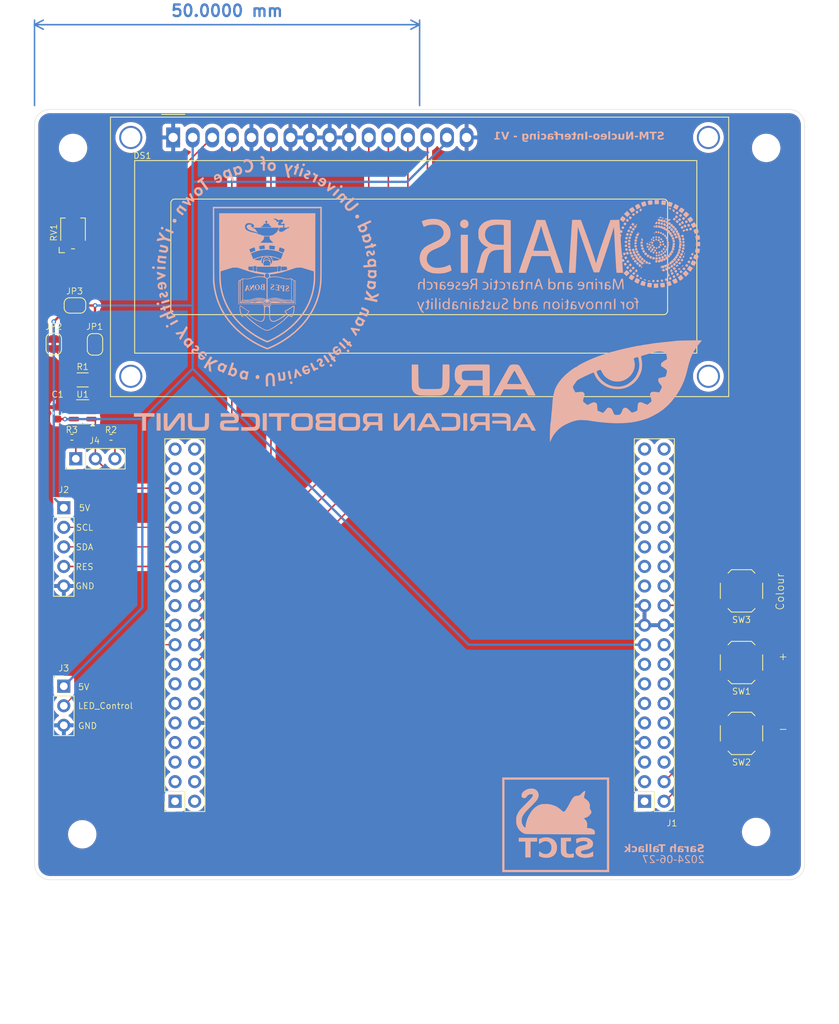
<source format=kicad_pcb>
(kicad_pcb (version 20240108) (generator "pcbnew") (generator_version "8.0")
  (title_block (title "STM-Nucleo-Interfacing") (date "2024-06-27") (rev "1") (company "University of Cape Town") (comment 1 "Sarah Tallack"))
  (layers (0 "F.Cu" signal) (31 "B.Cu" signal) (34 "B.Paste" user) (35 "F.Paste" user) (36 "B.SilkS" user "B.Silkscreen") (37 "F.SilkS" user "F.Silkscreen") (38 "B.Mask" user) (39 "F.Mask" user) (44 "Edge.Cuts" user))
  (net 0 "")
  (net 1 "GND")
  (net 2 "/LCD_D6")
  (net 3 "/LCD_D5")
  (net 4 "/LCD_D7")
  (net 5 "/LCD_D4")
  (net 6 "Net-(DS1-VO)")
  (net 7 "+5V")
  (net 8 "/LED_CONTROL")
  (net 9 "/SCL_MASTER")
  (net 10 "/B+")
  (net 11 "/B-")
  (net 22 "VCC")
  (net 33 "Net-(JP1-B)")
  (net 38 "/SDA_MASTER")
  (net 46 "Net-(JP2-B)")
  (net 51 "/RESET")
  (net 66 "/Colour_setting")
  (net 67 "/LCD_RS")
  (net 68 "/LCD_E")
  (net 69 "/RL_1")
  (net 70 "/RL_2")
  (net 71 "/V_current")
  (footprint "Connector_PinHeader_2.54mm:PinHeader_1x03_P2.54mm_Vertical" (layer "F.Cu") (at 171.67 109.335)
    (property "Reference" "J3" (at 0 -2.33 0) (layer "F.SilkS") (effects (font (size 0.8 0.8) (thickness 0.1))))
    (property "Value" "Conn_01x03_Pin")
    (pad "1" thru_hole rect (at 0 0) (size 1.7 1.7) (drill 1) (layers "*.Cu" "*.Mask") (net 7 "+5V"))
    (pad "2" thru_hole oval (at 0 2.54) (size 1.7 1.7) (drill 1) (layers "*.Cu" "*.Mask") (net 8 "/LED_CONTROL"))
    (pad "3" thru_hole oval (at 0 5.08) (size 1.7 1.7) (drill 1) (layers "*.Cu" "*.Mask") (net 1 "GND"))
  )
  (footprint "Resistor_SMD:R_1206_3216Metric" (layer "F.Cu") (at 174.12 69.573599 180)
    (property "Reference" "R1" (at 0 1.713599 180) (layer "F.SilkS") (effects (font (size 0.8 0.8) (thickness 0.1))))
    (property "Value" "500m")
    (pad "1" smd roundrect (at -1.4625 0 180) (size 1.125 1.75) (layers "F.Cu" "F.Paste" "F.Mask") (roundrect_rratio 0.222222) (net 33 "Net-(JP1-B)"))
    (pad "2" smd roundrect (at 1.4625 0 180) (size 1.125 1.75) (layers "F.Cu" "F.Paste" "F.Mask") (roundrect_rratio 0.222222) (net 46 "Net-(JP2-B)"))
  )
  (footprint "MountingHole:MountingHole_3.2mm_M3" (layer "F.Cu") (at 262.87 39.46)
    (property "Reference" "REF**" (hide yes))
    (property "Value" "MountingHole_3.2mm_M3")
    (pad "" np_thru_hole circle (at 0 0) (size 3.2 3.2) (drill 3.2) (layers "*.Cu" "*.Mask"))
  )
  (footprint "Jumper:SolderJumper-2_P1.3mm_Bridged_RoundedPad1.0x1.5mm" (layer "F.Cu") (at 170.37 64.91 -90)
    (property "Reference" "JP2" (at -2.25 0 180) (layer "F.SilkS") (effects (font (size 0.8 0.8) (thickness 0.1))))
    (property "Value" "Jumper_2_Small_Closed")
    (fp_poly (pts (xy 0.25 -0.3) (xy -0.25 -0.3) (xy -0.25 0.3) (xy 0.25 0.3)) (fill solid) (layer "F.Cu"))
    (pad "1" smd custom (at -0.65 0 270) (size 1 0.5) (layers "F.Cu" "F.Mask") (net 22 "VCC") (options (clearance outline) (anchor rect)) (primitives (gr_circle (center 0 0.25) (end 0.5 0.25) (width 0) (fill yes)) (gr_circle (center 0 -0.25) (end 0.5 -0.25) (width 0) (fill yes)) (gr_poly (pts (xy 0.5 0.75) (xy 0 0.75) (xy 0 -0.75) (xy 0.5 -0.75)) (width 0) (fill yes))))
    (pad "2" smd custom (at 0.65 0 270) (size 1 0.5) (layers "F.Cu" "F.Mask") (net 46 "Net-(JP2-B)") (options (clearance outline) (anchor rect)) (primitives (gr_circle (center 0 0.25) (end 0.5 0.25) (width 0) (fill yes)) (gr_circle (center 0 -0.25) (end 0.5 -0.25) (width 0) (fill yes)) (gr_poly (pts (xy 0 0.75) (xy -0.5 0.75) (xy -0.5 -0.75) (xy 0 -0.75)) (width 0) (fill yes))))
  )
  (footprint "Connector_PinHeader_2.54mm:PinHeader_1x03_P2.54mm_Vertical" (layer "F.Cu") (at 173.23 79.81 90)
    (property "Reference" "J4" (at 2.35 2.44 0) (layer "F.SilkS") (effects (font (size 0.8 0.8) (thickness 0.1))))
    (property "Value" "Conn_01x03_Pin")
    (pad "1" thru_hole rect (at 0 0 90) (size 1.7 1.7) (drill 1) (layers "*.Cu" "*.Mask") (net 70 "/RL_2"))
    (pad "2" thru_hole oval (at 0 2.54 90) (size 1.7 1.7) (drill 1) (layers "*.Cu" "*.Mask") (net 71 "/V_current"))
    (pad "3" thru_hole oval (at 0 5.08 90) (size 1.7 1.7) (drill 1) (layers "*.Cu" "*.Mask") (net 69 "/RL_1"))
  )
  (footprint "Package_TO_SOT_SMD:SOT-23-5" (layer "F.Cu") (at 174.12 73.71 180)
    (property "Reference" "U1" (at 0 2.25 180) (layer "F.SilkS") (effects (font (size 0.8 0.8) (thickness 0.1))))
    (property "Value" "INA138")
    (pad "1" smd roundrect (at -1.1375 -0.95 180) (size 1.325 0.6) (layers "F.Cu" "F.Paste" "F.Mask") (net 71 "/V_current"))
    (pad "2" smd roundrect (at -1.1375 0 180) (size 1.325 0.6) (layers "F.Cu" "F.Paste" "F.Mask") (net 1 "GND"))
    (pad "3" smd roundrect (at -1.1375 0.95 180) (size 1.325 0.6) (layers "F.Cu" "F.Paste" "F.Mask") (net 33 "Net-(JP1-B)"))
    (pad "4" smd roundrect (at 1.1375 0.95 180) (size 1.325 0.6) (layers "F.Cu" "F.Paste" "F.Mask") (net 46 "Net-(JP2-B)"))
    (pad "5" smd roundrect (at 1.1375 -0.95 180) (size 1.325 0.6) (layers "F.Cu" "F.Paste" "F.Mask") (net 7 "+5V"))
  )
  (footprint "Jumper:SolderJumper-2_P1.3mm_Open_RoundedPad1.0x1.5mm" (layer "F.Cu") (at 173.12 59.91 180)
    (property "Reference" "JP3" (at 0.05 1.85 180) (layer "F.SilkS") (effects (font (size 0.8 0.8) (thickness 0.1))))
    (property "Value" "Jumper_2_Small_Open")
    (pad "1" smd custom (at -0.65 0 180) (size 1 0.5) (layers "F.Cu" "F.Mask") (net 7 "+5V") (options (clearance outline) (anchor rect)) (primitives (gr_circle (center 0 0.25) (end 0.5 0.25) (width 0) (fill yes)) (gr_circle (center 0 -0.25) (end 0.5 -0.25) (width 0) (fill yes)) (gr_poly (pts (xy 0.5 0.75) (xy 0 0.75) (xy 0 -0.75) (xy 0.5 -0.75)) (width 0) (fill yes))))
    (pad "2" smd custom (at 0.65 0 180) (size 1 0.5) (layers "F.Cu" "F.Mask") (net 22 "VCC") (options (clearance outline) (anchor rect)) (primitives (gr_circle (center 0 0.25) (end 0.5 0.25) (width 0) (fill yes)) (gr_circle (center 0 -0.25) (end 0.5 -0.25) (width 0) (fill yes)) (gr_poly (pts (xy 0 0.75) (xy -0.5 0.75) (xy -0.5 -0.75) (xy 0 -0.75)) (width 0) (fill yes))))
  )
  (footprint "Resistor_SMD:R_0402_1005Metric" (layer "F.Cu") (at 172.720439 77.013274 180)
    (property "Reference" "R3" (at 0.010948 0.953274 0) (layer "F.SilkS") (effects (font (size 0.8 0.8) (thickness 0.1))))
    (property "Value" "100k")
    (pad "1" smd roundrect (at -0.51 0 180) (size 0.54 0.64) (layers "F.Cu" "F.Paste" "F.Mask") (net 70 "/RL_2"))
    (pad "2" smd roundrect (at 0.51 0 180) (size 0.54 0.64) (layers "F.Cu" "F.Paste" "F.Mask") (net 1 "GND"))
  )
  (footprint "Potentiometer_SMD:Potentiometer_Bourns_TC33X_Vertical" (layer "F.Cu") (at 172.87 50.46 90)
    (property "Reference" "RV1" (at 0 -2.5 -90) (layer "F.SilkS") (effects (font (size 0.8 0.8) (thickness 0.1))))
    (property "Value" "10k")
    (pad "1" smd rect (at -1.8 -1 90) (size 1.2 1.2) (layers "F.Cu" "F.Paste" "F.Mask") (net 7 "+5V"))
    (pad "2" smd rect (at 1.45 0 90) (size 1.5 1.6) (layers "F.Cu" "F.Paste" "F.Mask") (net 6 "Net-(DS1-VO)"))
    (pad "3" smd rect (at -1.8 1 90) (size 1.2 1.2) (layers "F.Cu" "F.Paste" "F.Mask") (net 1 "GND"))
  )
  (footprint "Button_Switch_SMD:SW_Push_1P1T_XKB_TS-1187A" (layer "F.Cu") (at 259.67 106.26 180)
    (property "Reference" "SW1" (at 0 -3.75 180) (layer "F.SilkS") (effects (font (size 0.8 0.8) (thickness 0.1))))
    (property "Value" "SW_Push")
    (pad "1" smd rect (at -3 -1.875 180) (size 1 0.75) (layers "F.Cu" "F.Paste" "F.Mask") (net 10 "/B+"))
    (pad "1" smd rect (at 3 -1.875 180) (size 1 0.75) (layers "F.Cu" "F.Paste" "F.Mask") (net 10 "/B+"))
    (pad "2" smd rect (at -3 1.875 180) (size 1 0.75) (layers "F.Cu" "F.Paste" "F.Mask") (net 1 "GND"))
    (pad "2" smd rect (at 3 1.875 180) (size 1 0.75) (layers "F.Cu" "F.Paste" "F.Mask") (net 1 "GND"))
  )
  (footprint "Button_Switch_SMD:SW_Push_1P1T_XKB_TS-1187A" (layer "F.Cu") (at 259.67 115.46 180)
    (property "Reference" "SW2" (at 0 -3.75 180) (layer "F.SilkS") (effects (font (size 0.8 0.8) (thickness 0.1))))
    (property "Value" "SW_Push")
    (pad "1" smd rect (at -3 -1.875 180) (size 1 0.75) (layers "F.Cu" "F.Paste" "F.Mask") (net 11 "/B-"))
    (pad "1" smd rect (at 3 -1.875 180) (size 1 0.75) (layers "F.Cu" "F.Paste" "F.Mask") (net 11 "/B-"))
    (pad "2" smd rect (at -3 1.875 180) (size 1 0.75) (layers "F.Cu" "F.Paste" "F.Mask") (net 1 "GND"))
    (pad "2" smd rect (at 3 1.875 180) (size 1 0.75) (layers "F.Cu" "F.Paste" "F.Mask") (net 1 "GND"))
  )
  (footprint "Sarah_Library:Nucleo64-Pins" (layer "F.Cu") (at 217.87 101.41 180)
    (property "Reference" "J1" (at -32.766 -25.7048 180) (layer "F.SilkS") (effects (font (size 0.8 0.8) (thickness 0.1))))
    (property "Value" "~")
    (pad "1" thru_hole oval (at -31.75 -22.86 180) (size 1.7 1.7) (drill 1) (layers "*.Cu" "*.Mask") (net 11 "/B-"))
    (pad "2" thru_hole rect (at -29.21 -22.86 180) (size 1.7 1.7) (drill 1) (layers "*.Cu" "*.Mask"))
    (pad "3" thru_hole oval (at -31.75 -20.32 180) (size 1.7 1.7) (drill 1) (layers "*.Cu" "*.Mask") (net 10 "/B+"))
    (pad "4" thru_hole oval (at -29.21 -20.32 180) (size 1.7 1.7) (drill 1) (layers "*.Cu" "*.Mask"))
    (pad "5" thru_hole oval (at -31.75 -17.78 180) (size 1.7 1.7) (drill 1) (layers "*.Cu" "*.Mask"))
    (pad "6" thru_hole oval (at -29.21 -17.78 180) (size 1.7 1.7) (drill 1) (layers "*.Cu" "*.Mask"))
    (pad "7" thru_hole oval (at -31.75 -15.24 180) (size 1.7 1.7) (drill 1) (layers "*.Cu" "*.Mask"))
    (pad "8" thru_hole oval (at -29.21 -15.24 180) (size 1.7 1.7) (drill 1) (layers "*.Cu" "*.Mask") (net 1 "GND"))
    (pad "9" thru_hole oval (at -31.75 -12.7 180) (size 1.7 1.7) (drill 1) (layers "*.Cu" "*.Mask"))
    (pad "10" thru_hole oval (at -29.21 -12.7 180) (size 1.7 1.7) (drill 1) (layers "*.Cu" "*.Mask"))
    (pad "11" thru_hole oval (at -31.75 -10.16 180) (size 1.7 1.7) (drill 1) (layers "*.Cu" "*.Mask"))
    (pad "12" thru_hole oval (at -29.21 -10.16 180) (size 1.7 1.7) (drill 1) (layers "*.Cu" "*.Mask"))
    (pad "13" thru_hole oval (at -31.75 -7.62 180) (size 1.7 1.7) (drill 1) (layers "*.Cu" "*.Mask"))
    (pad "14" thru_hole oval (at -29.21 -7.62 180) (size 1.7 1.7) (drill 1) (layers "*.Cu" "*.Mask"))
    (pad "15" thru_hole oval (at -31.75 -5.08 180) (size 1.7 1.7) (drill 1) (layers "*.Cu" "*.Mask"))
    (pad "16" thru_hole oval (at -29.21 -5.08 180) (size 1.7 1.7) (drill 1) (layers "*.Cu" "*.Mask"))
    (pad "17" thru_hole oval (at -31.75 -2.54 180) (size 1.7 1.7) (drill 1) (layers "*.Cu" "*.Mask"))
    (pad "18" thru_hole oval (at -29.21 -2.54 180) (size 1.7 1.7) (drill 1) (layers "*.Cu" "*.Mask") (net 7 "+5V"))
    (pad "19" thru_hole oval (at -31.75 0 180) (size 1.7 1.7) (drill 1) (layers "*.Cu" "*.Mask") (net 1 "GND"))
    (pad "20" thru_hole oval (at -29.21 0 180) (size 1.7 1.7) (drill 1) (layers "*.Cu" "*.Mask") (net 1 "GND"))
    (pad "21" thru_hole oval (at -31.75 2.54 180) (size 1.7 1.7) (drill 1) (layers "*.Cu" "*.Mask") (net 66 "/Colour_setting"))
    (pad "22" thru_hole oval (at -29.21 2.54 180) (size 1.7 1.7) (drill 1) (layers "*.Cu" "*.Mask") (net 1 "GND"))
    (pad "23" thru_hole oval (at -31.75 5.08 180) (size 1.7 1.7) (drill 1) (layers "*.Cu" "*.Mask"))
    (pad "24" thru_hole oval (at -29.21 5.08 180) (size 1.7 1.7) (drill 1) (layers "*.Cu" "*.Mask"))
    (pad "25" thru_hole oval (at -31.75 7.62 180) (size 1.7 1.7) (drill 1) (layers "*.Cu" "*.Mask"))
    (pad "26" thru_hole oval (at -29.21 7.62 180) (size 1.7 1.7) (drill 1) (layers "*.Cu" "*.Mask"))
    (pad "27" thru_hole oval (at -31.75 10.16 180) (size 1.7 1.7) (drill 1) (layers "*.Cu" "*.Mask"))
    (pad "28" thru_hole oval (at -29.21 10.16 180) (size 1.7 1.7) (drill 1) (layers "*.Cu" "*.Mask"))
    (pad "29" thru_hole oval (at -31.75 12.7 180) (size 1.7 1.7) (drill 1) (layers "*.Cu" "*.Mask"))
    (pad "30" thru_hole oval (at -29.21 12.7 180) (size 1.7 1.7) (drill 1) (layers "*.Cu" "*.Mask"))
    (pad "31" thru_hole oval (at -31.75 15.24 180) (size 1.7 1.7) (drill 1) (layers "*.Cu" "*.Mask"))
    (pad "32" thru_hole oval (at -29.21 15.24 180) (size 1.7 1.7) (drill 1) (layers "*.Cu" "*.Mask"))
    (pad "33" thru_hole oval (at -31.75 17.78 180) (size 1.7 1.7) (drill 1) (layers "*.Cu" "*.Mask"))
    (pad "34" thru_hole oval (at -29.21 17.78 180) (size 1.7 1.7) (drill 1) (layers "*.Cu" "*.Mask"))
    (pad "35" thru_hole oval (at -31.75 20.32 180) (size 1.7 1.7) (drill 1) (layers "*.Cu" "*.Mask"))
    (pad "36" thru_hole oval (at -29.21 20.32 180) (size 1.7 1.7) (drill 1) (layers "*.Cu" "*.Mask"))
    (pad "37" thru_hole oval (at -31.75 22.86 180) (size 1.7 1.7) (drill 1) (layers "*.Cu" "*.Mask"))
    (pad "38" thru_hole oval (at -29.21 22.86 180) (size 1.7 1.7) (drill 1) (layers "*.Cu" "*.Mask"))
    (pad "39" thru_hole oval (at 29.21 -22.86 180) (size 1.7 1.7) (drill 1) (layers "*.Cu" "*.Mask"))
    (pad "40" thru_hole rect (at 31.75 -22.86 180) (size 1.7 1.7) (drill 1) (layers "*.Cu" "*.Mask"))
    (pad "41" thru_hole oval (at 29.21 -20.32 180) (size 1.7 1.7) (drill 1) (layers "*.Cu" "*.Mask"))
    (pad "42" thru_hole oval (at 31.75 -20.32 180) (size 1.7 1.7) (drill 1) (layers "*.Cu" "*.Mask"))
    (pad "43" thru_hole oval (at 29.21 -17.78 180) (size 1.7 1.7) (drill 1) (layers "*.Cu" "*.Mask"))
    (pad "44" thru_hole oval (at 31.75 -17.78 180) (size 1.7 1.7) (drill 1) (layers "*.Cu" "*.Mask"))
    (pad "45" thru_hole oval (at 29.21 -15.24 180) (size 1.7 1.7) (drill 1) (layers "*.Cu" "*.Mask"))
    (pad "46" thru_hole oval (at 31.75 -15.24 180) (size 1.7 1.7) (drill 1) (layers "*.Cu" "*.Mask"))
    (pad "47" thru_hole oval (at 29.21 -12.7 180) (size 1.7 1.7) (drill 1) (layers "*.Cu" "*.Mask") (net 1 "GND"))
    (pad "48" thru_hole oval (at 31.75 -12.7 180) (size 1.7 1.7) (drill 1) (layers "*.Cu" "*.Mask"))
    (pad "49" thru_hole oval (at 29.21 -10.16 180) (size 1.7 1.7) (drill 1) (layers "*.Cu" "*.Mask"))
    (pad "50" thru_hole oval (at 31.75 -10.16 180) (size 1.7 1.7) (drill 1) (layers "*.Cu" "*.Mask"))
    (pad "51" thru_hole oval (at 29.21 -7.62 180) (size 1.7 1.7) (drill 1) (layers "*.Cu" "*.Mask"))
    (pad "52" thru_hole oval (at 31.75 -7.62 180) (size 1.7 1.7) (drill 1) (layers "*.Cu" "*.Mask"))
    (pad "53" thru_hole oval (at 29.21 -5.08 180) (size 1.7 1.7) (drill 1) (layers "*.Cu" "*.Mask") (net 4 "/LCD_D7"))
    (pad "54" thru_hole oval (at 31.75 -5.08 180) (size 1.7 1.7) (drill 1) (layers "*.Cu" "*.Mask"))
    (pad "55" thru_hole oval (at 29.21 -2.54 180) (size 1.7 1.7) (drill 1) (layers "*.Cu" "*.Mask") (net 2 "/LCD_D6"))
    (pad "56" thru_hole oval (at 31.75 -2.54 180) (size 1.7 1.7) (drill 1) (layers "*.Cu" "*.Mask") (net 8 "/LED_CONTROL"))
    (pad "57" thru_hole oval (at 29.21 0 180) (size 1.7 1.7) (drill 1) (layers "*.Cu" "*.Mask") (net 3 "/LCD_D5"))
    (pad "58" thru_hole oval (at 31.75 0 180) (size 1.7 1.7) (drill 1) (layers "*.Cu" "*.Mask") (net 1 "GND"))
    (pad "59" thru_hole oval (at 29.21 2.54 180) (size 1.7 1.7) (drill 1) (layers "*.Cu" "*.Mask") (net 5 "/LCD_D4"))
    (pad "60" thru_hole oval (at 31.75 2.54 180) (size 1.7 1.7) (drill 1) (layers "*.Cu" "*.Mask"))
    (pad "61" thru_hole oval (at 29.21 5.08 180) (size 1.7 1.7) (drill 1) (layers "*.Cu" "*.Mask") (net 68 "/LCD_E"))
    (pad "62" thru_hole oval (at 31.75 5.08 180) (size 1.7 1.7) (drill 1) (layers "*.Cu" "*.Mask"))
    (pad "63" thru_hole oval (at 29.21 7.62 180) (size 1.7 1.7) (drill 1) (layers "*.Cu" "*.Mask") (net 67 "/LCD_RS"))
    (pad "64" thru_hole oval (at 31.75 7.62 180) (size 1.7 1.7) (drill 1) (layers "*.Cu" "*.Mask") (net 51 "/RESET"))
    (pad "65" thru_hole oval (at 29.21 10.16 180) (size 1.7 1.7) (drill 1) (layers "*.Cu" "*.Mask"))
    (pad "66" thru_hole oval (at 31.75 10.16 180) (size 1.7 1.7) (drill 1) (layers "*.Cu" "*.Mask") (net 38 "/SDA_MASTER"))
    (pad "67" thru_hole oval (at 29.21 12.7 180) (size 1.7 1.7) (drill 1) (layers "*.Cu" "*.Mask"))
    (pad "68" thru_hole oval (at 31.75 12.7 180) (size 1.7 1.7) (drill 1) (layers "*.Cu" "*.Mask") (net 9 "/SCL_MASTER"))
    (pad "69" thru_hole oval (at 29.21 15.24 180) (size 1.7 1.7) (drill 1) (layers "*.Cu" "*.Mask"))
    (pad "70" thru_hole oval (at 31.75 15.24 180) (size 1.7 1.7) (drill 1) (layers "*.Cu" "*.Mask"))
    (pad "71" thru_hole oval (at 29.21 17.78 180) (size 1.7 1.7) (drill 1) (layers "*.Cu" "*.Mask"))
    (pad "72" thru_hole oval (at 31.75 17.78 180) (size 1.7 1.7) (drill 1) (layers "*.Cu" "*.Mask") (net 71 "/V_current"))
    (pad "73" thru_hole oval (at 29.21 20.32 180) (size 1.7 1.7) (drill 1) (layers "*.Cu" "*.Mask"))
    (pad "74" thru_hole oval (at 31.75 20.32 180) (size 1.7 1.7) (drill 1) (layers "*.Cu" "*.Mask"))
    (pad "75" thru_hole oval (at 29.21 22.86 180) (size 1.7 1.7) (drill 1) (layers "*.Cu" "*.Mask"))
    (pad "76" thru_hole oval (at 31.75 22.86 180) (size 1.7 1.7) (drill 1) (layers "*.Cu" "*.Mask"))
  )
  (footprint "MountingHole:MountingHole_3.2mm_M3" (layer "F.Cu") (at 174.07 128.56)
    (property "Reference" "REF**" (hide yes))
    (property "Value" "MountingHole_3.2mm_M3")
    (pad "" np_thru_hole circle (at 0 0) (size 3.2 3.2) (drill 3.2) (layers "F&B.Cu" "*.Mask"))
  )
  (footprint "Resistor_SMD:R_0402_1005Metric" (layer "F.Cu") (at 177.801065 77.028271 180)
    (property "Reference" "R2" (at -0.001211 0.968271 0) (layer "F.SilkS") (effects (font (size 0.8 0.8) (thickness 0.1))))
    (property "Value" "499k")
    (pad "1" smd roundrect (at -0.51 0 180) (size 0.54 0.64) (layers "F.Cu" "F.Paste" "F.Mask") (net 69 "/RL_1"))
    (pad "2" smd roundrect (at 0.51 0 180) (size 0.54 0.64) (layers "F.Cu" "F.Paste" "F.Mask") (net 1 "GND"))
  )
  (footprint "Display:WC1602A" (layer "F.Cu") (at 185.87 38.1025)
    (property "Reference" "DS1" (at -4 2.3575 0) (layer "F.SilkS") (effects (font (size 0.8 0.8) (thickness 0.1))))
    (property "Value" "WC1602A")
    (pad "" thru_hole circle (at -5.4991 0) (size 3 3) (drill 2.5) (layers "*.Cu" "*.Mask"))
    (pad "" thru_hole circle (at -5.4991 31.0007) (size 3 3) (drill 2.5) (layers "*.Cu" "*.Mask"))
    (pad "" thru_hole circle (at 69.49948 31.0007) (size 3 3) (drill 2.5) (layers "*.Cu" "*.Mask"))
    (pad "" thru_hole circle (at 69.5 0) (size 3 3) (drill 2.5) (layers "*.Cu" "*.Mask"))
    (pad "1" thru_hole rect (at 0 0) (size 1.8 2.6) (drill 1.2) (layers "*.Cu" "*.Mask") (net 1 "GND"))
    (pad "2" thru_hole oval (at 2.54 0) (size 1.8 2.6) (drill 1.2) (layers "*.Cu" "*.Mask") (net 7 "+5V"))
    (pad "3" thru_hole oval (at 5.08 0) (size 1.8 2.6) (drill 1.2) (layers "*.Cu" "*.Mask") (net 6 "Net-(DS1-VO)"))
    (pad "4" thru_hole oval (at 7.62 0) (size 1.8 2.6) (drill 1.2) (layers "*.Cu" "*.Mask") (net 67 "/LCD_RS"))
    (pad "5" thru_hole oval (at 10.16 0) (size 1.8 2.6) (drill 1.2) (layers "*.Cu" "*.Mask") (net 1 "GND"))
    (pad "6" thru_hole oval (at 12.7 0) (size 1.8 2.6) (drill 1.2) (layers "*.Cu" "*.Mask") (net 68 "/LCD_E"))
    (pad "7" thru_hole oval (at 15.24 0) (size 1.8 2.6) (drill 1.2) (layers "*.Cu" "*.Mask") (net 1 "GND"))
    (pad "8" thru_hole oval (at 17.78 0) (size 1.8 2.6) (drill 1.2) (layers "*.Cu" "*.Mask") (net 1 "GND"))
    (pad "9" thru_hole oval (at 20.32 0) (size 1.8 2.6) (drill 1.2) (layers "*.Cu" "*.Mask") (net 1 "GND"))
    (pad "10" thru_hole oval (at 22.86 0) (size 1.8 2.6) (drill 1.2) (layers "*.Cu" "*.Mask") (net 1 "GND"))
    (pad "11" thru_hole oval (at 25.4 0) (size 1.8 2.6) (drill 1.2) (layers "*.Cu" "*.Mask") (net 5 "/LCD_D4"))
    (pad "12" thru_hole oval (at 27.94 0) (size 1.8 2.6) (drill 1.2) (layers "*.Cu" "*.Mask") (net 3 "/LCD_D5"))
    (pad "13" thru_hole oval (at 30.48 0) (size 1.8 2.6) (drill 1.2) (layers "*.Cu" "*.Mask") (net 2 "/LCD_D6"))
    (pad "14" thru_hole oval (at 33.02 0) (size 1.8 2.6) (drill 1.2) (layers "*.Cu" "*.Mask") (net 4 "/LCD_D7"))
    (pad "15" thru_hole oval (at 35.56 0) (size 1.8 2.6) (drill 1.2) (layers "*.Cu" "*.Mask") (net 7 "+5V"))
    (pad "16" thru_hole oval (at 38.1 0) (size 1.8 2.6) (drill 1.2) (layers "*.Cu" "*.Mask") (net 1 "GND"))
  )
  (footprint "Capacitor_SMD:C_0603_1608Metric" (layer "F.Cu") (at 170.87 73.882685 -90)
    (property "Reference" "C1" (at -2.422685 0 180) (layer "F.SilkS") (effects (font (size 0.8 0.8) (thickness 0.1))))
    (property "Value" "100nF")
    (pad "1" smd roundrect (at -0.775 0 270) (size 0.9 0.95) (layers "F.Cu" "F.Paste" "F.Mask") (net 1 "GND"))
    (pad "2" smd roundrect (at 0.775 0 270) (size 0.9 0.95) (layers "F.Cu" "F.Paste" "F.Mask") (net 7 "+5V"))
  )
  (footprint "Connector_PinHeader_2.54mm:PinHeader_1x05_P2.54mm_Vertical" (layer "F.Cu") (at 171.67 86.17)
    (property "Reference" "J2" (at 0 -2.33 0) (layer "F.SilkS") (effects (font (size 0.8 0.8) (thickness 0.1))))
    (property "Value" "Conn_01x05_Pin")
    (pad "1" thru_hole rect (at 0 0) (size 1.7 1.7) (drill 1) (layers "*.Cu" "*.Mask") (net 22 "VCC"))
    (pad "2" thru_hole oval (at 0 2.54) (size 1.7 1.7) (drill 1) (layers "*.Cu" "*.Mask") (net 9 "/SCL_MASTER"))
    (pad "3" thru_hole oval (at 0 5.08) (size 1.7 1.7) (drill 1) (layers "*.Cu" "*.Mask") (net 38 "/SDA_MASTER"))
    (pad "4" thru_hole oval (at 0 7.62) (size 1.7 1.7) (drill 1) (layers "*.Cu" "*.Mask") (net 51 "/RESET"))
    (pad "5" thru_hole oval (at 0 10.16) (size 1.7 1.7) (drill 1) (layers "*.Cu" "*.Mask") (net 1 "GND"))
  )
  (footprint "MountingHole:MountingHole_3.2mm_M3" (layer "F.Cu") (at 172.87 39.46)
    (property "Reference" "REF**" (hide yes))
    (property "Value" "MountingHole_3.2mm_M3")
    (pad "" np_thru_hole circle (at 0 0) (size 3.2 3.2) (drill 3.2) (layers "F&B.Cu" "*.Mask"))
  )
  (footprint "MountingHole:MountingHole_3.2mm_M3" (layer "F.Cu") (at 261.57 128.26)
    (property "Reference" "REF**" (hide yes))
    (property "Value" "MountingHole_3.2mm_M3")
    (pad "" np_thru_hole circle (at 0 0) (size 3.2 3.2) (drill 3.2) (layers "F&B.Cu" "*.Mask"))
  )
  (footprint "Button_Switch_SMD:SW_Push_1P1T_XKB_TS-1187A" (layer "F.Cu") (at 259.67 96.96 180)
    (property "Reference" "SW3" (at 0 -3.75 180) (layer "F.SilkS") (effects (font (size 0.8 0.8) (thickness 0.1))))
    (property "Value" "SW_Push")
    (pad "1" smd rect (at -3 -1.875 180) (size 1 0.75) (layers "F.Cu" "F.Paste" "F.Mask") (net 66 "/Colour_setting"))
    (pad "1" smd rect (at 3 -1.875 180) (size 1 0.75) (layers "F.Cu" "F.Paste" "F.Mask") (net 66 "/Colour_setting"))
    (pad "2" smd rect (at -3 1.875 180) (size 1 0.75) (layers "F.Cu" "F.Paste" "F.Mask") (net 1 "GND"))
    (pad "2" smd rect (at 3 1.875 180) (size 1 0.75) (layers "F.Cu" "F.Paste" "F.Mask") (net 1 "GND"))
  )
  (footprint "Jumper:SolderJumper-2_P1.3mm_Bridged_RoundedPad1.0x1.5mm" (layer "F.Cu") (at 175.72 64.96 -90)
    (property "Reference" "JP1" (at -2.3 0.05 180) (layer "F.SilkS") (effects (font (size 0.8 0.8) (thickness 0.1))))
    (property "Value" "Jumper_2_Small_Closed")
    (fp_poly (pts (xy 0.25 -0.3) (xy -0.25 -0.3) (xy -0.25 0.3) (xy 0.25 0.3)) (fill solid) (layer "F.Cu"))
    (pad "1" smd custom (at -0.65 0 270) (size 1 0.5) (layers "F.Cu" "F.Mask") (net 7 "+5V") (options (clearance outline) (anchor rect)) (primitives (gr_circle (center 0 0.25) (end 0.5 0.25) (width 0) (fill yes)) (gr_circle (center 0 -0.25) (end 0.5 -0.25) (width 0) (fill yes)) (gr_poly (pts (xy 0.5 0.75) (xy 0 0.75) (xy 0 -0.75) (xy 0.5 -0.75)) (width 0) (fill yes))))
    (pad "2" smd custom (at 0.65 0 270) (size 1 0.5) (layers "F.Cu" "F.Mask") (net 33 "Net-(JP1-B)") (options (clearance outline) (anchor rect)) (primitives (gr_circle (center 0 0.25) (end 0.5 0.25) (width 0) (fill yes)) (gr_circle (center 0 -0.25) (end 0.5 -0.25) (width 0) (fill yes)) (gr_poly (pts (xy 0 0.75) (xy -0.5 0.75) (xy -0.5 -0.75) (xy 0 -0.75)) (width 0) (fill yes))))
  )
  (footprint "Logos:ARU_full_15mm" (layer "B.Cu") (at 217.87 71.46 180)
    (property "Reference" "G***" (hide yes))
    (property "Value" "LOGO" (hide yes))
  )
  (footprint "Logos:MARiS_full_15mm" (layer "B.Cu") (at 235.87 53.46 180)
    (property "Reference" "G***" (hide yes))
    (property "Value" "LOGO" (hide yes))
  )
  (footprint "LOGO" (layer "B.Cu") (at 235.97 126.66 180)
    (property "Reference" "G***" (at 0 0 180) (layer "B.SilkS") (effects (font (size 1.5 1.5) (thickness 0.3)) (justify mirror)))
    (property "Value" "LOGO" (hide yes))
  )
  (footprint "Logos:UCT_30mm" (layer "B.Cu") (at 197.87 55.46 180)
    (property "Reference" "G***" (hide yes))
    (property "Value" "LOGO" (hide yes))
  )
  (gr_line (start 267.87 36.46) (end 267.87 132.46) (stroke (width 0.05)) (layer "Edge.Cuts"))
  (gr_arc (start 169.87 134.46) (mid 168.455786 133.874214) (end 167.87 132.46) (stroke (width 0.05)) (layer "Edge.Cuts"))
  (gr_arc (start 167.87 36.46) (mid 168.455786 35.045786) (end 169.87 34.46) (stroke (width 0.05)) (layer "Edge.Cuts"))
  (gr_arc (start 267.87 132.46) (mid 267.284214 133.874214) (end 265.87 134.46) (stroke (width 0.05)) (layer "Edge.Cuts"))
  (gr_arc (start 265.87 34.46) (mid 267.284214 35.045786) (end 267.87 36.46) (stroke (width 0.05)) (layer "Edge.Cuts"))
  (gr_line (start 169.87 34.46) (end 265.87 34.46) (stroke (width 0.05)) (layer "Edge.Cuts"))
  (gr_line (start 167.87 132.46) (end 167.87 36.46) (stroke (width 0.05)) (layer "Edge.Cuts"))
  (gr_line (start 265.87 134.46) (end 169.87 134.46) (stroke (width 0.05)) (layer "Edge.Cuts"))
  (gr_text "${COMMENT1}" (at 254.87 130.46 0) (layer "B.SilkS") (effects (font (size 1 1) (thickness 0.15) (bold yes)) (justify left mirror)))
  (gr_text "${ISSUE_DATE}" (at 254.87 132.46 0) (layer "B.SilkS") (effects (font (size 1 1)) (justify left bottom mirror)))
  (gr_text "${TITLE} - V${REVISION}" (at 249.67 37.96 0) (layer "B.SilkS") (effects (font (size 1 1) (thickness 0.15) (bold yes)) (justify left mirror)))
  (gr_text "+" (at 265.07 105.46 0) (layer "F.SilkS") (effects (font (size 1 1) (thickness 0.1) (bold yes))))
  (gr_text "SCL" (at 174.37 88.74 0) (layer "F.SilkS") (effects (font (size 0.8 0.8) (thickness 0.1))))
  (gr_text "SDA" (at 174.37 91.275 0) (layer "F.SilkS") (effects (font (size 0.8 0.8) (thickness 0.1))))
  (gr_text "Colour" (at 264.67 97.06 90) (layer "F.SilkS") (effects (font (size 1 1) (thickness 0.1) (bold yes))))
  (gr_text "RES" (at 174.37 93.84 0) (layer "F.SilkS") (effects (font (size 0.8 0.8) (thickness 0.1))))
  (gr_text "LED_Control" (at 173.47 111.885 0) (layer "F.SilkS") (effects (font (size 0.8 0.8) (thickness 0.1)) (justify left)))
  (gr_text "5V" (at 173.47 109.435 0) (layer "F.SilkS") (effects (font (size 0.8 0.8) (thickness 0.1)) (justify left)))
  (gr_text "GND" (at 173.47 114.485 0) (layer "F.SilkS") (effects (font (size 0.8 0.8) (thickness 0.1)) (justify left)))
  (gr_text "-" (at 265.07 114.86 0) (layer "F.SilkS") (effects (font (size 1 1) (thickness 0.1) (bold yes))))
  (gr_text "GND" (at 174.42 96.34 0) (layer "F.SilkS") (effects (font (size 0.8 0.8) (thickness 0.1))))
  (gr_text "5V" (at 174.37 86.2 0) (layer "F.SilkS") (effects (font (size 0.8 0.8) (thickness 0.1))))
  (dimension (type aligned) (layer "B.Cu") (pts (xy 167.87 34.46) (xy 217.87 34.46)) (height -11) (gr_text "50,0000 mm" (at 192.87 21.66 0) (layer "B.Cu") (effects (font (size 1.5 1.5) (thickness 0.3)))) (format (prefix "") (suffix "") (units 3) (units_format 1) (precision 4)) (style (thickness 0.2) (arrow_length 1.27) (text_position_mode 0) (extension_height 0.58642) (extension_offset 0.5) keep_text_aligned))
  (segment (start 188.66 103.95) (end 216.35 76.26) (width 0.2) (layer "F.Cu") (net 2))
  (segment (start 216.35 76.26) (end 216.35 38.1025) (width 0.2) (layer "F.Cu") (net 2))
  (segment (start 213.81 38.1025) (end 213.81 76.26) (width 0.2) (layer "F.Cu") (net 3))
  (segment (start 213.81 76.26) (end 188.66 101.41) (width 0.2) (layer "F.Cu") (net 3))
  (segment (start 218.89 76.26) (end 188.66 106.49) (width 0.2) (layer "F.Cu") (net 4))
  (segment (start 218.89 38.1025) (end 218.89 76.26) (width 0.2) (layer "F.Cu") (net 4))
  (segment (start 188.66 98.87) (end 211.27 76.26) (width 0.2) (layer "F.Cu") (net 5))
  (segment (start 211.27 76.26) (end 211.27 38.1025) (width 0.2) (layer "F.Cu") (net 5))
  (segment (start 172.87 49.01) (end 180.0425 49.01) (width 0.2) (layer "F.Cu") (net 6))
  (segment (start 180.0425 49.01) (end 190.95 38.1025) (width 0.2) (layer "F.Cu") (net 6))
  (segment (start 170.872315 74.66) (end 170.87 74.657685) (width 0.3) (layer "F.Cu") (net 7))
  (segment (start 173.77 54.16) (end 173.77 59.91) (width 0.3) (layer "F.Cu") (net 7))
  (segment (start 175.72 59.932456) (end 175.72 64.31) (width 0.3) (layer "F.Cu") (net 7))
  (segment (start 172.9825 74.66) (end 170.872315 74.66) (width 0.3) (layer "F.Cu") (net 7))
  (segment (start 175.73937 59.913086) (end 175.72 59.932456) (width 0.3) (layer "F.Cu") (net 7))
  (segment (start 171.87 52.26) (end 173.77 54.16) (width 0.3) (layer "F.Cu") (net 7))
  (segment (start 173.773086 59.913086) (end 175.73937 59.913086) (width 0.3) (layer "F.Cu") (net 7))
  (segment (start 173.77 59.91) (end 173.773086 59.913086) (width 0.3) (layer "F.Cu") (net 7))
  (via (at 171.82 74.66) (size 0.6) (drill 0.3) (layers "F.Cu" "B.Cu") (net 7))
  (via (at 175.73937 59.913086) (size 0.6) (drill 0.3) (layers "F.Cu" "B.Cu") (net 7))
  (segment (start 171.67 109.335) (end 181.87 99.135) (width 0.3) (layer "B.Cu") (net 7))
  (segment (start 181.87 99.135) (end 181.87 74.66) (width 0.3) (layer "B.Cu") (net 7))
  (segment (start 224.24 103.95) (end 188.41 68.12) (width 0.3) (layer "B.Cu") (net 7))
  (segment (start 188.41 43.86) (end 188.41 38.1025) (width 0.3) (layer "B.Cu") (net 7))
  (segment (start 216.27 43.86) (end 188.41 43.86) (width 0.3) (layer "B.Cu") (net 7))
  (segment (start 221.43 38.7) (end 216.27 43.86) (width 0.3) (layer "B.Cu") (net 7))
  (segment (start 171.82 74.66) (end 181.87 74.66) (width 0.3) (layer "B.Cu") (net 7))
  (segment (start 181.87 74.66) (end 188.41 68.12) (width 0.3) (layer "B.Cu") (net 7))
  (segment (start 175.73937 59.913086) (end 188.41 59.913086) (width 0.3) (layer "B.Cu") (net 7))
  (segment (start 247.08 103.95) (end 224.24 103.95) (width 0.3) (layer "B.Cu") (net 7))
  (segment (start 188.41 67.26) (end 188.41 43.86) (width 0.3) (layer "B.Cu") (net 7))
  (segment (start 188.41 68.12) (end 188.41 67.26) (width 0.3) (layer "B.Cu") (net 7))
  (segment (start 179.595 103.95) (end 186.12 103.95) (width 0.15) (layer "F.Cu") (net 8))
  (segment (start 171.67 111.875) (end 179.595 103.95) (width 0.15) (layer "F.Cu") (net 8))
  (segment (start 171.67 88.71) (end 186.12 88.71) (width 0.15) (layer "F.Cu") (net 9))
  (segment (start 249.62 121.73) (end 252.87 118.48) (width 0.2) (layer "F.Cu") (net 10))
  (segment (start 256.67 108.135) (end 262.67 108.135) (width 0.2) (layer "F.Cu") (net 10))
  (segment (start 252.87 111.935) (end 256.67 108.135) (width 0.2) (layer "F.Cu") (net 10))
  (segment (start 252.87 118.48) (end 252.87 111.935) (width 0.2) (layer "F.Cu") (net 10))
  (segment (start 256.67 117.335) (end 262.67 117.335) (width 0.2) (layer "F.Cu") (net 11))
  (segment (start 256.67 117.435) (end 256.57 117.435) (width 0.2) (layer "F.Cu") (net 11))
  (segment (start 249.735 124.27) (end 249.62 124.27) (width 0.2) (layer "F.Cu") (net 11))
  (segment (start 256.57 117.435) (end 249.735 124.27) (width 0.2) (layer "F.Cu") (net 11))
  (segment (start 170.37 62.01) (end 172.47 59.91) (width 0.3) (layer "F.Cu") (net 22))
  (segment (start 170.37 62.01) (end 170.37 64.26) (width 0.3) (layer "F.Cu") (net 22))
  (via (at 170.37 62.01) (size 0.6) (drill 0.3) (layers "F.Cu" "B.Cu") (net 22))
  (segment (start 170.37 62.01) (end 170.37 84.87) (width 0.3) (layer "B.Cu") (net 22))
  (segment (start 170.37 84.87) (end 171.67 86.17) (width 0.3) (layer "B.Cu") (net 22))
  (segment (start 175.2575 69.898599) (end 175.2575 72.76) (width 0.2) (layer "F.Cu") (net 33))
  (segment (start 175.5825 69.573599) (end 175.5825 65.7475) (width 0.2) (layer "F.Cu") (net 33))
  (segment (start 171.67 91.25) (end 186.12 91.25) (width 0.15) (layer "F.Cu") (net 38))
  (segment (start 172.9825 72.76) (end 172.9825 69.898599) (width 0.2) (layer "F.Cu") (net 46))
  (segment (start 172.6575 67.8475) (end 172.6575 69.573599) (width 0.2) (layer "F.Cu") (net 46))
  (segment (start 170.37 65.56) (end 172.6575 67.8475) (width 0.2) (layer "F.Cu") (net 46))
  (segment (start 171.67 93.79) (end 186.12 93.79) (width 0.2) (layer "F.Cu") (net 51))
  (segment (start 256.67 98.835) (end 262.67 98.835) (width 0.2) (layer "F.Cu") (net 66))
  (segment (start 249.655 98.835) (end 249.62 98.87) (width 0.2) (layer "F.Cu") (net 66))
  (segment (start 256.67 98.835) (end 249.655 98.835) (width 0.2) (layer "F.Cu") (net 66))
  (segment (start 193.49 88.96) (end 188.66 93.79) (width 0.2) (layer "F.Cu") (net 67))
  (segment (start 193.49 38.1025) (end 193.49 88.96) (width 0.2) (layer "F.Cu") (net 67))
  (segment (start 188.66 96.33) (end 198.57 86.42) (width 0.2) (layer "F.Cu") (net 68))
  (segment (start 198.57 86.42) (end 198.57 38.1025) (width 0.2) (layer "F.Cu") (net 68))
  (segment (start 178.311065 77.028271) (end 178.311065 79.808935) (width 0.2) (layer "F.Cu") (net 69))
  (segment (start 178.311065 79.808935) (end 178.31 79.81) (width 0.2) (layer "F.Cu") (net 69))
  (segment (start 173.230439 77.013274) (end 173.230439 79.809561) (width 0.2) (layer "F.Cu") (net 70))
  (segment (start 173.230439 79.809561) (end 173.23 79.81) (width 0.2) (layer "F.Cu") (net 70))
  (segment (start 175.768599 74.913464) (end 175.768599 79.808599) (width 0.2) (layer "F.Cu") (net 71))
  (segment (start 175.768599 79.808599) (end 175.77 79.81) (width 0.2) (layer "F.Cu") (net 71))
  (segment (start 175.77 79.81) (end 179.59 83.63) (width 0.2) (layer "F.Cu") (net 71))
  (segment (start 179.59 83.63) (end 186.12 83.63) (width 0.2) (layer "F.Cu") (net 71))
  (zone (net 1) (net_name "GND") (layers "F&B.Cu") (connect_pads (clearance 0.5)) (min_thickness 0.25) (fill yes (thermal_gap 0.5) (thermal_bridge_width 0.5))
    (polygon (pts (xy 167.87 34.46) (xy 267.845241 34.435241) (xy 267.873743 134.46) (xy 167.87 134.46)))
  )
)
</source>
